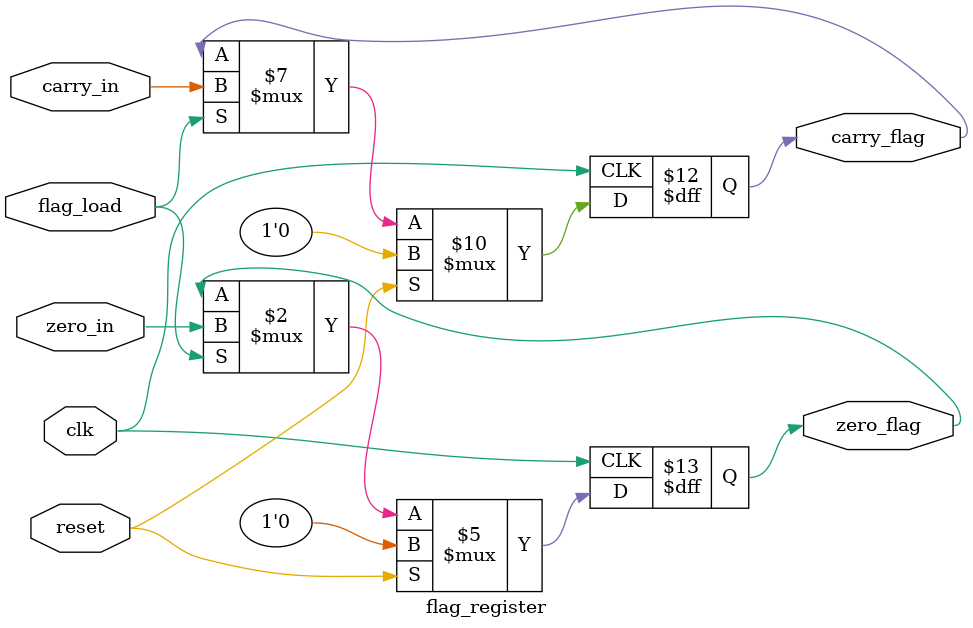
<source format=v>
`timescale 1ns / 1ps

module flag_register(
    input clk,
    input reset,
    input flag_load,        // Control signal from controller
    input carry_in,         // Carry output from ALU
    input zero_in,          // Zero output from ALU
    output reg carry_flag,  // Stored carry flag
    output reg zero_flag    // Stored zero flag
);

    always @(posedge clk) begin
        if (reset) begin
            carry_flag <= 1'b0;
            zero_flag <= 1'b0;
        end
        else if (flag_load) begin
            carry_flag <= carry_in;
            zero_flag <= zero_in;
        end
    end

endmodule
</source>
